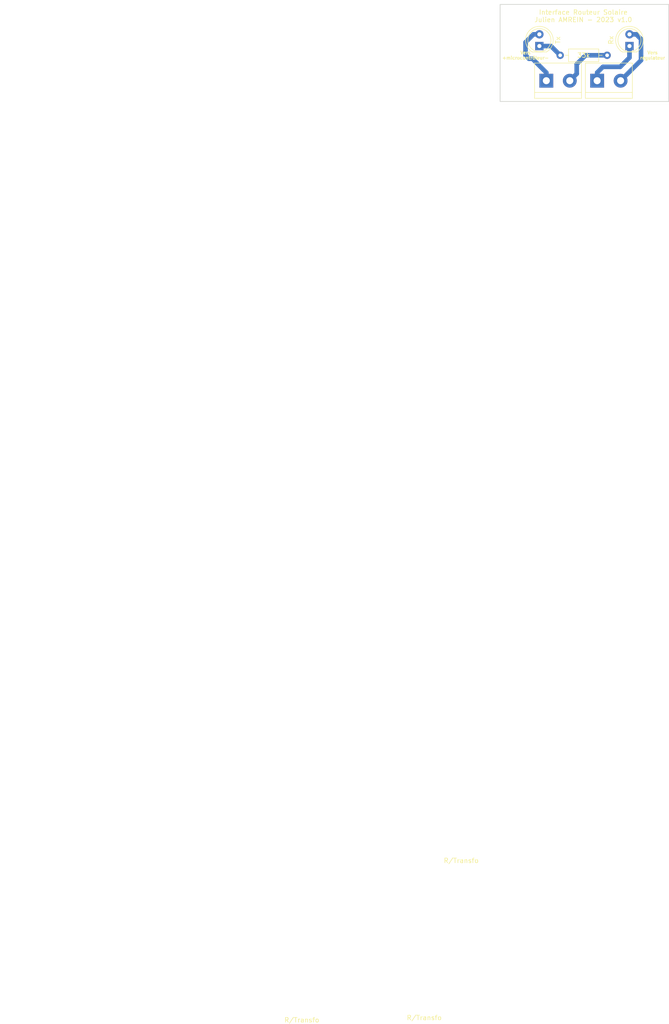
<source format=kicad_pcb>
(kicad_pcb (version 20171130) (host pcbnew 5.0.2+dfsg1-1+deb10u1)

  (general
    (thickness 1.6)
    (drawings 7)
    (tracks 22)
    (zones 0)
    (modules 12)
    (nets 1)
  )

  (page A4)
  (layers
    (0 F.Cu signal)
    (31 B.Cu signal)
    (32 B.Adhes user)
    (33 F.Adhes user)
    (34 B.Paste user)
    (35 F.Paste user)
    (36 B.SilkS user)
    (37 F.SilkS user)
    (38 B.Mask user)
    (39 F.Mask user)
    (40 Dwgs.User user)
    (41 Cmts.User user)
    (42 Eco1.User user)
    (43 Eco2.User user)
    (44 Edge.Cuts user)
    (45 Margin user)
    (46 B.CrtYd user)
    (47 F.CrtYd user)
    (48 B.Fab user hide)
    (49 F.Fab user hide)
  )

  (setup
    (last_trace_width 0.25)
    (trace_clearance 0.2)
    (zone_clearance 0.508)
    (zone_45_only no)
    (trace_min 0.2)
    (segment_width 0.2)
    (edge_width 0.15)
    (via_size 0.8)
    (via_drill 0.4)
    (via_min_size 0.4)
    (via_min_drill 0.3)
    (uvia_size 0.3)
    (uvia_drill 0.1)
    (uvias_allowed no)
    (uvia_min_size 0.2)
    (uvia_min_drill 0.1)
    (pcb_text_width 0.3)
    (pcb_text_size 1.5 1.5)
    (mod_edge_width 0.15)
    (mod_text_size 1 1)
    (mod_text_width 0.15)
    (pad_size 1.524 1.524)
    (pad_drill 0.762)
    (pad_to_mask_clearance 0.051)
    (solder_mask_min_width 0.25)
    (aux_axis_origin 0 0)
    (visible_elements FFFFFF7F)
    (pcbplotparams
      (layerselection 0x010f0_ffffffff)
      (usegerberextensions true)
      (usegerberattributes false)
      (usegerberadvancedattributes false)
      (creategerberjobfile false)
      (excludeedgelayer true)
      (linewidth 0.150000)
      (plotframeref false)
      (viasonmask false)
      (mode 1)
      (useauxorigin false)
      (hpglpennumber 1)
      (hpglpenspeed 20)
      (hpglpendiameter 15.000000)
      (psnegative false)
      (psa4output false)
      (plotreference true)
      (plotvalue true)
      (plotinvisibletext false)
      (padsonsilk false)
      (subtractmaskfromsilk false)
      (outputformat 1)
      (mirror false)
      (drillshape 0)
      (scaleselection 1)
      (outputdirectory "Gerber/"))
  )

  (net 0 "")

  (net_class Default "Ceci est la Netclass par défaut."
    (clearance 0.2)
    (trace_width 0.25)
    (via_dia 0.8)
    (via_drill 0.4)
    (uvia_dia 0.3)
    (uvia_drill 0.1)
  )

  (module MountingHole:MountingHole_3.2mm_M3 (layer F.Cu) (tedit 655403FC) (tstamp 65697036)
    (at 157 100)
    (descr "Mounting Hole 3.2mm, no annular, M3")
    (tags "mounting hole 3.2mm no annular m3")
    (attr virtual)
    (fp_text reference "" (at 0 -4.2) (layer F.SilkS)
      (effects (font (size 1 1) (thickness 0.15)))
    )
    (fp_text value MountingHole_3.2mm_M3 (at 0 4.2) (layer F.Fab)
      (effects (font (size 1 1) (thickness 0.15)))
    )
    (fp_circle (center 0 0) (end 3.45 0) (layer F.CrtYd) (width 0.05))
    (fp_circle (center 0 0) (end 3.2 0) (layer Cmts.User) (width 0.15))
    (fp_text user %R (at 0.3 0) (layer F.Fab)
      (effects (font (size 1 1) (thickness 0.15)))
    )
    (pad 1 np_thru_hole circle (at 0 0) (size 3.2 3.2) (drill 3.2) (layers *.Cu *.Mask))
  )

  (module MountingHole:MountingHole_3.2mm_M3 (layer F.Cu) (tedit 655403FC) (tstamp 65697028)
    (at 186.5 100)
    (descr "Mounting Hole 3.2mm, no annular, M3")
    (tags "mounting hole 3.2mm no annular m3")
    (attr virtual)
    (fp_text reference "" (at 0 -4.2) (layer F.SilkS)
      (effects (font (size 1 1) (thickness 0.15)))
    )
    (fp_text value MountingHole_3.2mm_M3 (at 0 4.2) (layer F.Fab)
      (effects (font (size 1 1) (thickness 0.15)))
    )
    (fp_text user %R (at 0.3 0) (layer F.Fab)
      (effects (font (size 1 1) (thickness 0.15)))
    )
    (fp_circle (center 0 0) (end 3.2 0) (layer Cmts.User) (width 0.15))
    (fp_circle (center 0 0) (end 3.45 0) (layer F.CrtYd) (width 0.05))
    (pad 1 np_thru_hole circle (at 0 0) (size 3.2 3.2) (drill 3.2) (layers *.Cu *.Mask))
  )

  (module MountingHole:MountingHole_3.2mm_M3 (layer F.Cu) (tedit 655403FC) (tstamp 6569701A)
    (at 186.5 86)
    (descr "Mounting Hole 3.2mm, no annular, M3")
    (tags "mounting hole 3.2mm no annular m3")
    (attr virtual)
    (fp_text reference "" (at 0 -4.2) (layer F.SilkS)
      (effects (font (size 1 1) (thickness 0.15)))
    )
    (fp_text value MountingHole_3.2mm_M3 (at 0 4.2) (layer F.Fab)
      (effects (font (size 1 1) (thickness 0.15)))
    )
    (fp_circle (center 0 0) (end 3.45 0) (layer F.CrtYd) (width 0.05))
    (fp_circle (center 0 0) (end 3.2 0) (layer Cmts.User) (width 0.15))
    (fp_text user %R (at 0.3 0) (layer F.Fab)
      (effects (font (size 1 1) (thickness 0.15)))
    )
    (pad 1 np_thru_hole circle (at 0 0) (size 3.2 3.2) (drill 3.2) (layers *.Cu *.Mask))
  )

  (module LED_THT:LED_D5.0mm (layer F.Cu) (tedit 655D2389) (tstamp 65696C4B)
    (at 181.5 91.5 90)
    (descr "LED, diameter 5.0mm, 2 pins, http://cdn-reichelt.de/documents/datenblatt/A500/LL-504BC2E-009.pdf")
    (tags "LED diameter 5.0mm 2 pins")
    (fp_text reference Rx (at 1.27 -4 90) (layer F.SilkS)
      (effects (font (size 1 1) (thickness 0.15)))
    )
    (fp_text value LED_D5.0mm (at 1.27 3.96 90) (layer F.Fab)
      (effects (font (size 1 1) (thickness 0.15)))
    )
    (fp_arc (start 1.27 0) (end -1.23 -1.469694) (angle 299.1) (layer F.Fab) (width 0.1))
    (fp_arc (start 1.27 0) (end -1.29 -1.54483) (angle 148.9) (layer F.SilkS) (width 0.12))
    (fp_arc (start 1.27 0) (end -1.29 1.54483) (angle -148.9) (layer F.SilkS) (width 0.12))
    (fp_circle (center 1.27 0) (end 3.77 0) (layer F.Fab) (width 0.1))
    (fp_circle (center 1.27 0) (end 3.77 0) (layer F.SilkS) (width 0.12))
    (fp_line (start -1.23 -1.469694) (end -1.23 1.469694) (layer F.Fab) (width 0.1))
    (fp_line (start -1.29 -1.545) (end -1.29 1.545) (layer F.SilkS) (width 0.12))
    (fp_line (start -1.95 -3.25) (end -1.95 3.25) (layer F.CrtYd) (width 0.05))
    (fp_line (start -1.95 3.25) (end 4.5 3.25) (layer F.CrtYd) (width 0.05))
    (fp_line (start 4.5 3.25) (end 4.5 -3.25) (layer F.CrtYd) (width 0.05))
    (fp_line (start 4.5 -3.25) (end -1.95 -3.25) (layer F.CrtYd) (width 0.05))
    (fp_text user %R (at 1.25 0 90) (layer F.Fab)
      (effects (font (size 0.8 0.8) (thickness 0.2)))
    )
    (pad 1 thru_hole rect (at 0 0 90) (size 1.8 1.8) (drill 0.9) (layers *.Cu *.Mask))
    (pad 2 thru_hole circle (at 2.54 0 90) (size 1.8 1.8) (drill 0.9) (layers *.Cu *.Mask))
    (model ${KISYS3DMOD}/LED_THT.3dshapes/LED_D5.0mm.wrl
      (at (xyz 0 0 0))
      (scale (xyz 1 1 1))
      (rotate (xyz 0 0 0))
    )
  )

  (module TerminalBlock:TerminalBlock_bornier-2_P5.08mm (layer F.Cu) (tedit 655D2396) (tstamp 655D21F7)
    (at 163.5 99)
    (descr "simple 2-pin terminal block, pitch 5.08mm, revamped version of bornier2")
    (tags "terminal block bornier2")
    (fp_text reference "" (at 9 -1.5 90) (layer F.SilkS)
      (effects (font (size 1 1) (thickness 0.15)))
    )
    (fp_text value TerminalBlock_bornier-2_P5.08mm (at 2.54 5.08) (layer F.Fab)
      (effects (font (size 1 1) (thickness 0.15)))
    )
    (fp_line (start 7.79 4) (end -2.71 4) (layer F.CrtYd) (width 0.05))
    (fp_line (start 7.79 4) (end 7.79 -4) (layer F.CrtYd) (width 0.05))
    (fp_line (start -2.71 -4) (end -2.71 4) (layer F.CrtYd) (width 0.05))
    (fp_line (start -2.71 -4) (end 7.79 -4) (layer F.CrtYd) (width 0.05))
    (fp_line (start -2.54 3.81) (end 7.62 3.81) (layer F.SilkS) (width 0.12))
    (fp_line (start -2.54 -3.81) (end -2.54 3.81) (layer F.SilkS) (width 0.12))
    (fp_line (start 7.62 -3.81) (end -2.54 -3.81) (layer F.SilkS) (width 0.12))
    (fp_line (start 7.62 3.81) (end 7.62 -3.81) (layer F.SilkS) (width 0.12))
    (fp_line (start 7.62 2.54) (end -2.54 2.54) (layer F.SilkS) (width 0.12))
    (fp_line (start 7.54 -3.75) (end -2.46 -3.75) (layer F.Fab) (width 0.1))
    (fp_line (start 7.54 3.75) (end 7.54 -3.75) (layer F.Fab) (width 0.1))
    (fp_line (start -2.46 3.75) (end 7.54 3.75) (layer F.Fab) (width 0.1))
    (fp_line (start -2.46 -3.75) (end -2.46 3.75) (layer F.Fab) (width 0.1))
    (fp_line (start -2.41 2.55) (end 7.49 2.55) (layer F.Fab) (width 0.1))
    (fp_text user %R (at 2.54 0) (layer F.Fab)
      (effects (font (size 1 1) (thickness 0.15)))
    )
    (pad 2 thru_hole circle (at 5.08 0) (size 3 3) (drill 1.52) (layers *.Cu *.Mask))
    (pad 1 thru_hole rect (at 0 0) (size 3 3) (drill 1.52) (layers *.Cu *.Mask))
    (model ${KISYS3DMOD}/TerminalBlock.3dshapes/TerminalBlock_bornier-2_P5.08mm.wrl
      (offset (xyz 2.539999961853027 0 0))
      (scale (xyz 1 1 1))
      (rotate (xyz 0 0 0))
    )
  )

  (module MountingHole:MountingHole_3.2mm_M3 (layer F.Cu) (tedit 655403FC) (tstamp 655D1C70)
    (at 157 86)
    (descr "Mounting Hole 3.2mm, no annular, M3")
    (tags "mounting hole 3.2mm no annular m3")
    (attr virtual)
    (fp_text reference "" (at 0 -4.2) (layer F.SilkS)
      (effects (font (size 1 1) (thickness 0.15)))
    )
    (fp_text value MountingHole_3.2mm_M3 (at 0 4.2) (layer F.Fab)
      (effects (font (size 1 1) (thickness 0.15)))
    )
    (fp_text user %R (at 0.3 0) (layer F.Fab)
      (effects (font (size 1 1) (thickness 0.15)))
    )
    (fp_circle (center 0 0) (end 3.2 0) (layer Cmts.User) (width 0.15))
    (fp_circle (center 0 0) (end 3.45 0) (layer F.CrtYd) (width 0.05))
    (pad 1 np_thru_hole circle (at 0 0) (size 3.2 3.2) (drill 3.2) (layers *.Cu *.Mask))
  )

  (module TerminalBlock:TerminalBlock_bornier-2_P5.08mm (layer F.Cu) (tedit 655D239A) (tstamp 655D1C34)
    (at 174.5 99)
    (descr "simple 2-pin terminal block, pitch 5.08mm, revamped version of bornier2")
    (tags "terminal block bornier2")
    (fp_text reference "" (at -4 0 90) (layer F.SilkS)
      (effects (font (size 1 1) (thickness 0.15)))
    )
    (fp_text value TerminalBlock_bornier-2_P5.08mm (at 2.54 5.08) (layer F.Fab)
      (effects (font (size 1 1) (thickness 0.15)))
    )
    (fp_text user %R (at 2.54 0) (layer F.Fab)
      (effects (font (size 1 1) (thickness 0.15)))
    )
    (fp_line (start -2.41 2.55) (end 7.49 2.55) (layer F.Fab) (width 0.1))
    (fp_line (start -2.46 -3.75) (end -2.46 3.75) (layer F.Fab) (width 0.1))
    (fp_line (start -2.46 3.75) (end 7.54 3.75) (layer F.Fab) (width 0.1))
    (fp_line (start 7.54 3.75) (end 7.54 -3.75) (layer F.Fab) (width 0.1))
    (fp_line (start 7.54 -3.75) (end -2.46 -3.75) (layer F.Fab) (width 0.1))
    (fp_line (start 7.62 2.54) (end -2.54 2.54) (layer F.SilkS) (width 0.12))
    (fp_line (start 7.62 3.81) (end 7.62 -3.81) (layer F.SilkS) (width 0.12))
    (fp_line (start 7.62 -3.81) (end -2.54 -3.81) (layer F.SilkS) (width 0.12))
    (fp_line (start -2.54 -3.81) (end -2.54 3.81) (layer F.SilkS) (width 0.12))
    (fp_line (start -2.54 3.81) (end 7.62 3.81) (layer F.SilkS) (width 0.12))
    (fp_line (start -2.71 -4) (end 7.79 -4) (layer F.CrtYd) (width 0.05))
    (fp_line (start -2.71 -4) (end -2.71 4) (layer F.CrtYd) (width 0.05))
    (fp_line (start 7.79 4) (end 7.79 -4) (layer F.CrtYd) (width 0.05))
    (fp_line (start 7.79 4) (end -2.71 4) (layer F.CrtYd) (width 0.05))
    (pad 1 thru_hole rect (at 0 0) (size 3 3) (drill 1.52) (layers *.Cu *.Mask))
    (pad 2 thru_hole circle (at 5.08 0) (size 3 3) (drill 1.52) (layers *.Cu *.Mask))
    (model ${KISYS3DMOD}/TerminalBlock.3dshapes/TerminalBlock_bornier-2_P5.08mm.wrl
      (offset (xyz 2.539999961853027 0 0))
      (scale (xyz 1 1 1))
      (rotate (xyz 0 0 0))
    )
  )

  (module Resistor_THT:R_Axial_DIN0207_L6.3mm_D2.5mm_P10.16mm_Horizontal (layer F.Cu) (tedit 655D2981) (tstamp 655D1B25)
    (at 166.5 93.5)
    (descr "Resistor, Axial_DIN0207 series, Axial, Horizontal, pin pitch=10.16mm, 0.25W = 1/4W, length*diameter=6.3*2.5mm^2, http://cdn-reichelt.de/documents/datenblatt/B400/1_4W%23YAG.pdf")
    (tags "Resistor Axial_DIN0207 series Axial Horizontal pin pitch 10.16mm 0.25W = 1/4W length 6.3mm diameter 2.5mm")
    (fp_text reference 33k (at 5.08 0) (layer F.SilkS)
      (effects (font (size 1 1) (thickness 0.15)))
    )
    (fp_text value R_Axial_DIN0207_L6.3mm_D2.5mm_P10.16mm_Horizontal (at 5.08 2.37) (layer F.Fab)
      (effects (font (size 1 1) (thickness 0.15)))
    )
    (fp_line (start 1.93 -1.25) (end 1.93 1.25) (layer F.Fab) (width 0.1))
    (fp_line (start 1.93 1.25) (end 8.23 1.25) (layer F.Fab) (width 0.1))
    (fp_line (start 8.23 1.25) (end 8.23 -1.25) (layer F.Fab) (width 0.1))
    (fp_line (start 8.23 -1.25) (end 1.93 -1.25) (layer F.Fab) (width 0.1))
    (fp_line (start 0 0) (end 1.93 0) (layer F.Fab) (width 0.1))
    (fp_line (start 10.16 0) (end 8.23 0) (layer F.Fab) (width 0.1))
    (fp_line (start 1.81 -1.37) (end 1.81 1.37) (layer F.SilkS) (width 0.12))
    (fp_line (start 1.81 1.37) (end 8.35 1.37) (layer F.SilkS) (width 0.12))
    (fp_line (start 8.35 1.37) (end 8.35 -1.37) (layer F.SilkS) (width 0.12))
    (fp_line (start 8.35 -1.37) (end 1.81 -1.37) (layer F.SilkS) (width 0.12))
    (fp_line (start 1.04 0) (end 1.81 0) (layer F.SilkS) (width 0.12))
    (fp_line (start 9.12 0) (end 8.35 0) (layer F.SilkS) (width 0.12))
    (fp_line (start -1.05 -1.5) (end -1.05 1.5) (layer F.CrtYd) (width 0.05))
    (fp_line (start -1.05 1.5) (end 11.21 1.5) (layer F.CrtYd) (width 0.05))
    (fp_line (start 11.21 1.5) (end 11.21 -1.5) (layer F.CrtYd) (width 0.05))
    (fp_line (start 11.21 -1.5) (end -1.05 -1.5) (layer F.CrtYd) (width 0.05))
    (fp_text user %R (at 5.08 0) (layer F.Fab)
      (effects (font (size 1 1) (thickness 0.15)))
    )
    (pad 1 thru_hole circle (at 0 0) (size 1.6 1.6) (drill 0.8) (layers *.Cu *.Mask))
    (pad 2 thru_hole oval (at 10.16 0) (size 1.6 1.6) (drill 0.8) (layers *.Cu *.Mask))
    (model ${KISYS3DMOD}/Resistor_THT.3dshapes/R_Axial_DIN0207_L6.3mm_D2.5mm_P10.16mm_Horizontal.wrl
      (at (xyz 0 0 0))
      (scale (xyz 1 1 1))
      (rotate (xyz 0 0 0))
    )
  )

  (module "" (layer F.Cu) (tedit 0) (tstamp 64EBD4F2)
    (at 72 144.5)
    (fp_text reference "" (at 75.5 149.5) (layer F.SilkS)
      (effects (font (size 1.27 1.27) (thickness 0.15)))
    )
    (fp_text value "" (at 75.5 149.5) (layer F.SilkS)
      (effects (font (size 1.27 1.27) (thickness 0.15)))
    )
    (fp_text user R/Transfo (at 65.076987 157.267034) (layer F.SilkS)
      (effects (font (size 1 1) (thickness 0.15)))
    )
  )

  (module "" (layer F.Cu) (tedit 0) (tstamp 0)
    (at 45.5 145)
    (fp_text reference "" (at 75.5 149.5) (layer F.SilkS)
      (effects (font (size 1.27 1.27) (thickness 0.15)))
    )
    (fp_text value "" (at 75.5 149.5) (layer F.SilkS)
      (effects (font (size 1.27 1.27) (thickness 0.15)))
    )
    (fp_text user R/Transfo (at 65.076987 157.267034) (layer F.SilkS)
      (effects (font (size 1 1) (thickness 0.15)))
    )
  )

  (module "" (layer F.Cu) (tedit 0) (tstamp 0)
    (at 80 110.5)
    (fp_text reference "" (at 75.5 149.5) (layer F.SilkS)
      (effects (font (size 1.27 1.27) (thickness 0.15)))
    )
    (fp_text value "" (at 75.5 149.5) (layer F.SilkS)
      (effects (font (size 1.27 1.27) (thickness 0.15)))
    )
    (fp_text user R/Transfo (at 65.076987 157.267034) (layer F.SilkS)
      (effects (font (size 1 1) (thickness 0.15)))
    )
  )

  (module LED_THT:LED_D5.0mm (layer F.Cu) (tedit 655D2382) (tstamp 65696593)
    (at 162 91.5 90)
    (descr "LED, diameter 5.0mm, 2 pins, http://cdn-reichelt.de/documents/datenblatt/A500/LL-504BC2E-009.pdf")
    (tags "LED diameter 5.0mm 2 pins")
    (fp_text reference Tx (at 1.27 4 90) (layer F.SilkS)
      (effects (font (size 1 1) (thickness 0.15)))
    )
    (fp_text value LED_D5.0mm (at 1.27 3.96 90) (layer F.Fab)
      (effects (font (size 1 1) (thickness 0.15)))
    )
    (fp_text user %R (at 1.25 0 90) (layer F.Fab)
      (effects (font (size 0.8 0.8) (thickness 0.2)))
    )
    (fp_line (start 4.5 -3.25) (end -1.95 -3.25) (layer F.CrtYd) (width 0.05))
    (fp_line (start 4.5 3.25) (end 4.5 -3.25) (layer F.CrtYd) (width 0.05))
    (fp_line (start -1.95 3.25) (end 4.5 3.25) (layer F.CrtYd) (width 0.05))
    (fp_line (start -1.95 -3.25) (end -1.95 3.25) (layer F.CrtYd) (width 0.05))
    (fp_line (start -1.29 -1.545) (end -1.29 1.545) (layer F.SilkS) (width 0.12))
    (fp_line (start -1.23 -1.469694) (end -1.23 1.469694) (layer F.Fab) (width 0.1))
    (fp_circle (center 1.27 0) (end 3.77 0) (layer F.SilkS) (width 0.12))
    (fp_circle (center 1.27 0) (end 3.77 0) (layer F.Fab) (width 0.1))
    (fp_arc (start 1.27 0) (end -1.29 1.54483) (angle -148.9) (layer F.SilkS) (width 0.12))
    (fp_arc (start 1.27 0) (end -1.29 -1.54483) (angle 148.9) (layer F.SilkS) (width 0.12))
    (fp_arc (start 1.27 0) (end -1.23 -1.469694) (angle 299.1) (layer F.Fab) (width 0.1))
    (pad 2 thru_hole circle (at 2.54 0 90) (size 1.8 1.8) (drill 0.9) (layers *.Cu *.Mask))
    (pad 1 thru_hole rect (at 0 0 90) (size 1.8 1.8) (drill 0.9) (layers *.Cu *.Mask))
    (model ${KISYS3DMOD}/LED_THT.3dshapes/LED_D5.0mm.wrl
      (at (xyz 0 0 0))
      (scale (xyz 1 1 1))
      (rotate (xyz 0 0 0))
    )
  )

  (gr_text "Vers\nrégulateur" (at 186.5 93.5) (layer F.SilkS) (tstamp 65696D40)
    (effects (font (size 0.7 0.7) (thickness 0.15)))
  )
  (gr_text "Vers\n+microcontrôleur-" (at 159 93.5) (layer F.SilkS) (tstamp 65696D2F)
    (effects (font (size 0.7 0.7) (thickness 0.15)))
  )
  (gr_line (start 190 103.5) (end 153.5 103.5) (layer Edge.Cuts) (width 0.15) (tstamp 6569680B))
  (gr_line (start 153.5 82.5) (end 153.5 103.5) (layer Edge.Cuts) (width 0.15) (tstamp 65696805))
  (gr_line (start 190 82.5) (end 190 103.5) (layer Edge.Cuts) (width 0.15) (tstamp 65696801))
  (gr_line (start 190 82.5) (end 153.5 82.5) (layer Edge.Cuts) (width 0.15) (tstamp 656967FE))
  (gr_text "Interface Routeur Solaire\nJulien AMREIN - 2023 v1.0\n" (at 171.5 85) (layer F.SilkS) (tstamp 655D1D84)
    (effects (font (size 1 1) (thickness 0.15)))
  )

  (segment (start 170.079999 97.500001) (end 170.079999 95.420001) (width 1) (layer B.Cu) (net 0))
  (segment (start 168.58 99) (end 170.079999 97.500001) (width 1) (layer B.Cu) (net 0))
  (segment (start 172 93.5) (end 176.66 93.5) (width 1) (layer B.Cu) (net 0))
  (segment (start 170.079999 95.420001) (end 172 93.5) (width 1) (layer B.Cu) (net 0))
  (segment (start 164.5 91.5) (end 162 91.5) (width 1) (layer B.Cu) (net 0))
  (segment (start 166.5 93.5) (end 164.5 91.5) (width 1) (layer B.Cu) (net 0))
  (segment (start 160.727208 88.96) (end 159 90.687208) (width 1) (layer B.Cu) (net 0))
  (segment (start 162 88.96) (end 160.727208 88.96) (width 1) (layer B.Cu) (net 0))
  (segment (start 163.5 97.25) (end 163.5 99) (width 1) (layer B.Cu) (net 0))
  (segment (start 159.75 94.25) (end 159 93.5) (width 1) (layer B.Cu) (net 0))
  (segment (start 159 90.687208) (end 159 93.5) (width 1) (layer B.Cu) (net 0))
  (segment (start 160.5 94.25) (end 159.75 94.25) (width 1) (layer B.Cu) (net 0))
  (segment (start 160.5 94.25) (end 163.5 97.25) (width 1) (layer B.Cu) (net 0))
  (segment (start 174.5 97.25) (end 175.75 96) (width 1) (layer B.Cu) (net 0))
  (segment (start 174.5 99) (end 174.5 97.25) (width 1) (layer B.Cu) (net 0))
  (segment (start 175.75 96) (end 179.5 96) (width 1) (layer B.Cu) (net 0))
  (segment (start 181.5 94) (end 181.5 91.5) (width 1) (layer B.Cu) (net 0))
  (segment (start 179.5 96) (end 181.5 94) (width 1) (layer B.Cu) (net 0))
  (segment (start 182.96 88.96) (end 181.5 88.96) (width 1) (layer B.Cu) (net 0))
  (segment (start 184 90) (end 182.96 88.96) (width 1) (layer B.Cu) (net 0))
  (segment (start 184 94.58) (end 184 90) (width 1) (layer B.Cu) (net 0))
  (segment (start 179.58 99) (end 184 94.58) (width 1) (layer B.Cu) (net 0))

)

</source>
